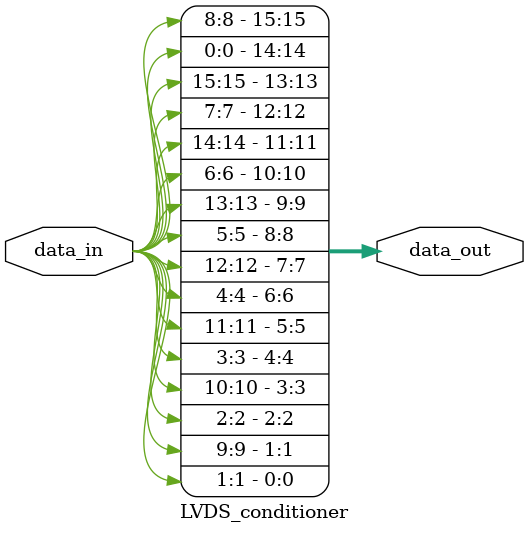
<source format=v>
`timescale 1ns / 1ps


module LVDS_conditioner #(
parameter B=16
)
(
input wire [B-1:0] data_in,
output reg [B-1:0] data_out
);

   assign data_out = {data_in[8], data_in[0], data_in[15], data_in[7],
                      data_in[14], data_in[6], data_in[13], data_in[5],
                      data_in[12], data_in[4], data_in[11], data_in[3],
                      data_in[10], data_in[2], data_in[9], data_in[1]};

endmodule

</source>
